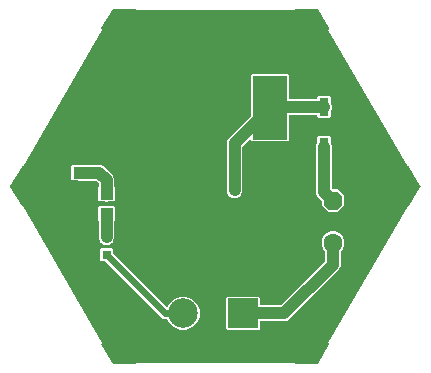
<source format=gbr>
G04 EAGLE Gerber RS-274X export*
G75*
%MOMM*%
%FSLAX34Y34*%
%LPD*%
%INTop Copper*%
%IPPOS*%
%AMOC8*
5,1,8,0,0,1.08239X$1,22.5*%
G01*
%ADD10C,1.000000*%
%ADD11R,2.500000X2.500000*%
%ADD12C,2.500000*%
%ADD13P,1.732040X8X112.500000*%
%ADD14C,1.600200*%
%ADD15R,0.800000X1.600000*%
%ADD16R,2.900000X5.400000*%
%ADD17R,0.800000X0.800000*%
%ADD18R,1.100000X1.000000*%
%ADD19C,1.016000*%
%ADD20C,0.304800*%
%ADD21C,0.756400*%
%ADD22C,0.609600*%

G36*
X278630Y195708D02*
X278630Y195708D01*
X278658Y195706D01*
X278726Y195728D01*
X278797Y195742D01*
X278820Y195758D01*
X278847Y195767D01*
X278902Y195814D01*
X278961Y195855D01*
X278976Y195879D01*
X278998Y195897D01*
X279029Y195962D01*
X279068Y196022D01*
X279073Y196050D01*
X279085Y196076D01*
X279094Y196177D01*
X279101Y196219D01*
X279099Y196229D01*
X279100Y196242D01*
X279043Y196957D01*
X413361Y196957D01*
X413304Y196242D01*
X413308Y196213D01*
X413303Y196185D01*
X413320Y196116D01*
X413328Y196044D01*
X413343Y196020D01*
X413349Y195992D01*
X413392Y195934D01*
X413428Y195872D01*
X413450Y195855D01*
X413467Y195832D01*
X413529Y195795D01*
X413586Y195752D01*
X413614Y195745D01*
X413638Y195730D01*
X413738Y195714D01*
X413779Y195703D01*
X413789Y195705D01*
X413802Y195703D01*
X432802Y195703D01*
X432878Y195718D01*
X432956Y195727D01*
X432975Y195738D01*
X432997Y195742D01*
X433061Y195786D01*
X433129Y195825D01*
X433145Y195844D01*
X433161Y195855D01*
X433185Y195893D01*
X433235Y195953D01*
X442735Y212453D01*
X442744Y212480D01*
X442760Y212504D01*
X442775Y212574D01*
X442798Y212642D01*
X442795Y212670D01*
X442801Y212698D01*
X442788Y212769D01*
X442782Y212840D01*
X442769Y212865D01*
X442763Y212893D01*
X442723Y212953D01*
X442690Y213016D01*
X442668Y213034D01*
X442652Y213058D01*
X442569Y213116D01*
X442537Y213143D01*
X442526Y213146D01*
X442516Y213153D01*
X441888Y213450D01*
X509010Y329711D01*
X509618Y329291D01*
X509645Y329280D01*
X509667Y329261D01*
X509736Y329241D01*
X509801Y329213D01*
X509830Y329213D01*
X509858Y329205D01*
X509929Y329213D01*
X510000Y329213D01*
X510027Y329224D01*
X510056Y329227D01*
X510118Y329262D01*
X510183Y329290D01*
X510204Y329310D01*
X510229Y329325D01*
X510292Y329402D01*
X510322Y329432D01*
X510326Y329442D01*
X510335Y329453D01*
X519835Y345953D01*
X519845Y345985D01*
X519854Y345998D01*
X519858Y346022D01*
X519859Y346026D01*
X519890Y346096D01*
X519890Y346120D01*
X519898Y346142D01*
X519892Y346218D01*
X519893Y346295D01*
X519883Y346319D01*
X519882Y346340D01*
X519861Y346379D01*
X519835Y346451D01*
X510335Y362951D01*
X510316Y362973D01*
X510303Y362999D01*
X510250Y363047D01*
X510203Y363100D01*
X510177Y363113D01*
X510156Y363132D01*
X510088Y363155D01*
X510024Y363186D01*
X509995Y363188D01*
X509968Y363197D01*
X509896Y363192D01*
X509825Y363195D01*
X509798Y363185D01*
X509769Y363183D01*
X509679Y363141D01*
X509639Y363126D01*
X509631Y363119D01*
X509618Y363113D01*
X509010Y362693D01*
X441888Y478954D01*
X442516Y479251D01*
X442538Y479268D01*
X442565Y479278D01*
X442617Y479327D01*
X442675Y479370D01*
X442689Y479395D01*
X442710Y479414D01*
X442739Y479480D01*
X442775Y479542D01*
X442778Y479570D01*
X442790Y479596D01*
X442791Y479668D01*
X442800Y479739D01*
X442792Y479766D01*
X442793Y479795D01*
X442757Y479890D01*
X442746Y479930D01*
X442739Y479939D01*
X442735Y479951D01*
X433235Y496451D01*
X433183Y496510D01*
X433137Y496572D01*
X433118Y496583D01*
X433103Y496600D01*
X433033Y496634D01*
X432966Y496674D01*
X432942Y496678D01*
X432924Y496686D01*
X432879Y496688D01*
X432802Y496701D01*
X413802Y496701D01*
X413774Y496696D01*
X413746Y496698D01*
X413678Y496676D01*
X413607Y496662D01*
X413584Y496646D01*
X413557Y496637D01*
X413502Y496590D01*
X413443Y496549D01*
X413428Y496525D01*
X413407Y496507D01*
X413375Y496442D01*
X413336Y496382D01*
X413331Y496354D01*
X413319Y496328D01*
X413310Y496227D01*
X413303Y496185D01*
X413305Y496175D01*
X413304Y496162D01*
X413361Y495447D01*
X279043Y495447D01*
X279100Y496162D01*
X279096Y496191D01*
X279101Y496219D01*
X279084Y496288D01*
X279076Y496360D01*
X279062Y496384D01*
X279055Y496412D01*
X279012Y496470D01*
X278977Y496532D01*
X278954Y496549D01*
X278937Y496572D01*
X278875Y496609D01*
X278818Y496652D01*
X278790Y496659D01*
X278766Y496674D01*
X278666Y496690D01*
X278625Y496701D01*
X278615Y496699D01*
X278602Y496701D01*
X259602Y496701D01*
X259526Y496686D01*
X259448Y496677D01*
X259429Y496666D01*
X259407Y496662D01*
X259343Y496618D01*
X259275Y496579D01*
X259259Y496560D01*
X259243Y496549D01*
X259219Y496511D01*
X259169Y496451D01*
X249669Y479951D01*
X249660Y479924D01*
X249644Y479900D01*
X249629Y479830D01*
X249606Y479762D01*
X249609Y479734D01*
X249603Y479706D01*
X249617Y479636D01*
X249622Y479564D01*
X249635Y479539D01*
X249641Y479511D01*
X249681Y479451D01*
X249714Y479388D01*
X249736Y479370D01*
X249752Y479346D01*
X249835Y479288D01*
X249867Y479261D01*
X249878Y479258D01*
X249889Y479251D01*
X250516Y478954D01*
X183394Y362693D01*
X182786Y363113D01*
X182759Y363124D01*
X182737Y363143D01*
X182668Y363163D01*
X182603Y363191D01*
X182574Y363191D01*
X182546Y363199D01*
X182475Y363191D01*
X182404Y363192D01*
X182377Y363180D01*
X182348Y363177D01*
X182286Y363142D01*
X182221Y363114D01*
X182200Y363094D01*
X182175Y363079D01*
X182112Y363002D01*
X182082Y362972D01*
X182078Y362962D01*
X182069Y362951D01*
X172569Y346451D01*
X172545Y346378D01*
X172514Y346308D01*
X172514Y346284D01*
X172506Y346262D01*
X172513Y346186D01*
X172512Y346109D01*
X172521Y346085D01*
X172522Y346064D01*
X172543Y346025D01*
X172562Y345973D01*
X172563Y345967D01*
X172565Y345965D01*
X172569Y345953D01*
X182069Y329453D01*
X182088Y329431D01*
X182101Y329405D01*
X182154Y329357D01*
X182201Y329304D01*
X182227Y329291D01*
X182249Y329272D01*
X182316Y329249D01*
X182380Y329218D01*
X182409Y329217D01*
X182436Y329207D01*
X182508Y329212D01*
X182579Y329209D01*
X182606Y329219D01*
X182635Y329221D01*
X182725Y329263D01*
X182765Y329278D01*
X182773Y329285D01*
X182786Y329291D01*
X183394Y329711D01*
X250516Y213450D01*
X249889Y213153D01*
X249866Y213136D01*
X249839Y213126D01*
X249787Y213077D01*
X249729Y213034D01*
X249715Y213009D01*
X249694Y212990D01*
X249665Y212924D01*
X249629Y212862D01*
X249626Y212834D01*
X249614Y212808D01*
X249613Y212736D01*
X249604Y212665D01*
X249612Y212638D01*
X249612Y212609D01*
X249647Y212514D01*
X249658Y212474D01*
X249665Y212465D01*
X249669Y212453D01*
X259169Y195953D01*
X259221Y195895D01*
X259267Y195832D01*
X259286Y195821D01*
X259301Y195804D01*
X259371Y195770D01*
X259438Y195730D01*
X259463Y195726D01*
X259480Y195718D01*
X259525Y195716D01*
X259602Y195703D01*
X278602Y195703D01*
X278630Y195708D01*
G37*
%LPC*%
G36*
X361170Y336232D02*
X361170Y336232D01*
X358742Y337237D01*
X356884Y339095D01*
X355879Y341523D01*
X355879Y383877D01*
X356884Y386305D01*
X376642Y406062D01*
X376642Y406068D01*
X376645Y406071D01*
X376645Y440382D01*
X377538Y441275D01*
X407802Y441275D01*
X408695Y440382D01*
X408695Y419857D01*
X408705Y419845D01*
X408706Y419846D01*
X408707Y419845D01*
X432613Y419845D01*
X432625Y419855D01*
X432624Y419856D01*
X432625Y419857D01*
X432625Y421872D01*
X433518Y422765D01*
X442782Y422765D01*
X443675Y421872D01*
X443675Y417061D01*
X443678Y417056D01*
X443678Y417052D01*
X443749Y416981D01*
X444755Y414554D01*
X444755Y411926D01*
X443749Y409499D01*
X443678Y409428D01*
X443678Y409424D01*
X443676Y409422D01*
X443677Y409421D01*
X443675Y409419D01*
X443675Y404608D01*
X442782Y403715D01*
X433518Y403715D01*
X432625Y404608D01*
X432625Y406623D01*
X432615Y406635D01*
X432614Y406634D01*
X432613Y406635D01*
X408707Y406635D01*
X408695Y406625D01*
X408696Y406624D01*
X408695Y406623D01*
X408695Y385118D01*
X407802Y384225D01*
X377538Y384225D01*
X376645Y385118D01*
X376645Y387356D01*
X376643Y387359D01*
X376643Y387363D01*
X376639Y387364D01*
X376635Y387368D01*
X376631Y387364D01*
X376625Y387364D01*
X369092Y379831D01*
X369091Y379825D01*
X369088Y379823D01*
X369088Y341523D01*
X368083Y339095D01*
X366225Y337237D01*
X363797Y336232D01*
X361170Y336232D01*
G37*
%LPD*%
%LPC*%
G36*
X356438Y224735D02*
X356438Y224735D01*
X355545Y225628D01*
X355545Y251892D01*
X356438Y252785D01*
X382702Y252785D01*
X383595Y251892D01*
X383595Y245377D01*
X383605Y245365D01*
X383606Y245366D01*
X383607Y245365D01*
X401843Y245365D01*
X401847Y245368D01*
X401852Y245368D01*
X439022Y282539D01*
X439022Y282544D01*
X439026Y282547D01*
X439026Y291718D01*
X439022Y291722D01*
X439022Y291727D01*
X437694Y293054D01*
X436244Y296555D01*
X436244Y300345D01*
X437694Y303846D01*
X440374Y306526D01*
X443875Y307976D01*
X447665Y307976D01*
X451166Y306526D01*
X453846Y303846D01*
X455296Y300345D01*
X455296Y296555D01*
X453846Y293054D01*
X452239Y291447D01*
X452238Y291441D01*
X452235Y291439D01*
X452235Y278493D01*
X451230Y276065D01*
X408325Y233161D01*
X405898Y232155D01*
X383607Y232155D01*
X383595Y232145D01*
X383596Y232144D01*
X383595Y232143D01*
X383595Y225628D01*
X382702Y224735D01*
X356438Y224735D01*
G37*
%LPD*%
%LPC*%
G36*
X315980Y224735D02*
X315980Y224735D01*
X310826Y226870D01*
X306880Y230816D01*
X305487Y234180D01*
X305479Y234184D01*
X305476Y234187D01*
X301756Y234187D01*
X253061Y282882D01*
X253056Y282882D01*
X253055Y282883D01*
X253053Y282885D01*
X249368Y282885D01*
X248475Y283778D01*
X248475Y293042D01*
X249368Y293935D01*
X258632Y293935D01*
X259525Y293042D01*
X259525Y289357D01*
X259528Y289353D01*
X259528Y289349D01*
X305489Y243388D01*
X305491Y243388D01*
X305491Y243386D01*
X305496Y243388D01*
X305505Y243387D01*
X305505Y243391D01*
X305508Y243392D01*
X306880Y246704D01*
X310826Y250650D01*
X315980Y252785D01*
X321560Y252785D01*
X326714Y250650D01*
X330660Y246704D01*
X332795Y241550D01*
X332795Y235970D01*
X330660Y230816D01*
X326714Y226870D01*
X321560Y224735D01*
X315980Y224735D01*
G37*
%LPD*%
%LPC*%
G36*
X441824Y324484D02*
X441824Y324484D01*
X436244Y330064D01*
X436244Y334190D01*
X436241Y334195D01*
X436241Y334199D01*
X432551Y337889D01*
X431545Y340316D01*
X431545Y380554D01*
X432551Y382981D01*
X432622Y383052D01*
X432622Y383058D01*
X432625Y383061D01*
X432625Y387872D01*
X433518Y388765D01*
X442782Y388765D01*
X443675Y387872D01*
X443675Y383061D01*
X443678Y383056D01*
X443678Y383052D01*
X443749Y382981D01*
X444755Y380554D01*
X444755Y344371D01*
X444758Y344366D01*
X444758Y344362D01*
X445581Y343539D01*
X445587Y343539D01*
X445588Y343537D01*
X445590Y343536D01*
X449716Y343536D01*
X455296Y337956D01*
X455296Y330064D01*
X449716Y324484D01*
X441824Y324484D01*
G37*
%LPD*%
%LPC*%
G36*
X252686Y333365D02*
X252686Y333365D01*
X252495Y333444D01*
X252492Y333443D01*
X252491Y333445D01*
X247868Y333445D01*
X246975Y334338D01*
X246975Y345602D01*
X247392Y346018D01*
X247392Y346024D01*
X247395Y346026D01*
X247395Y348783D01*
X247392Y348787D01*
X247392Y348791D01*
X245041Y351142D01*
X245035Y351142D01*
X245033Y351145D01*
X229826Y351145D01*
X229635Y351224D01*
X229633Y351223D01*
X229631Y351225D01*
X225008Y351225D01*
X224115Y352118D01*
X224115Y363382D01*
X225008Y364275D01*
X229631Y364275D01*
X229633Y364277D01*
X229635Y364276D01*
X229826Y364355D01*
X246296Y364355D01*
X246298Y364356D01*
X246300Y364356D01*
X246301Y364356D01*
X246412Y364402D01*
X249040Y364402D01*
X251467Y363396D01*
X259599Y355265D01*
X260605Y352837D01*
X260605Y346026D01*
X260608Y346022D01*
X260608Y346018D01*
X261025Y345602D01*
X261025Y334338D01*
X260132Y333445D01*
X255509Y333445D01*
X255507Y333443D01*
X255505Y333444D01*
X255314Y333365D01*
X252686Y333365D01*
G37*
%LPD*%
%LPC*%
G36*
X252686Y296805D02*
X252686Y296805D01*
X250259Y297811D01*
X250188Y297882D01*
X250182Y297882D01*
X250179Y297885D01*
X249368Y297885D01*
X248475Y298778D01*
X248475Y299589D01*
X248472Y299594D01*
X248472Y299598D01*
X248401Y299669D01*
X247395Y302096D01*
X247395Y316914D01*
X247392Y316918D01*
X247392Y316922D01*
X246975Y317338D01*
X246975Y328602D01*
X247868Y329495D01*
X252491Y329495D01*
X252493Y329497D01*
X252495Y329496D01*
X252686Y329575D01*
X255314Y329575D01*
X255505Y329496D01*
X255508Y329497D01*
X255509Y329495D01*
X260132Y329495D01*
X261025Y328602D01*
X261025Y317338D01*
X260608Y316922D01*
X260608Y316918D01*
X260608Y316916D01*
X260605Y316914D01*
X260605Y302096D01*
X259599Y299669D01*
X259528Y299598D01*
X259528Y299592D01*
X259525Y299589D01*
X259525Y298778D01*
X258632Y297885D01*
X257821Y297885D01*
X257816Y297882D01*
X257812Y297882D01*
X257741Y297811D01*
X255314Y296805D01*
X252686Y296805D01*
G37*
%LPD*%
D10*
X428802Y489302D03*
X511402Y346202D03*
X428802Y203102D03*
X263602Y203102D03*
X181002Y346202D03*
X263602Y489302D03*
D11*
X369570Y238760D03*
D12*
X318770Y238760D03*
D13*
X445770Y334010D03*
D14*
X445770Y298450D03*
D15*
X438150Y379240D03*
X438150Y413240D03*
D16*
X392670Y412750D03*
X295670Y412750D03*
D17*
X254000Y303410D03*
X254000Y288410D03*
D18*
X254000Y322970D03*
X254000Y339970D03*
X231140Y357750D03*
X231140Y340750D03*
D19*
X438150Y341630D02*
X445770Y334010D01*
X438150Y341630D02*
X438150Y379240D01*
D20*
X438150Y364439D01*
X437985Y364274D01*
D21*
X437985Y364274D03*
D22*
X303650Y238760D02*
X254000Y288410D01*
X303650Y238760D02*
X318770Y238760D01*
D20*
X263602Y203102D02*
X231140Y259329D01*
X231140Y340750D01*
X225688Y346202D01*
X181002Y346202D01*
X263602Y428802D01*
X263602Y489302D01*
X428802Y489302D01*
X428802Y203102D02*
X263602Y203102D01*
X428802Y203102D02*
X511402Y346202D01*
D21*
X263309Y412928D03*
D20*
X263487Y412750D01*
D19*
X295670Y412750D01*
X369570Y238760D02*
X404584Y238760D01*
X445630Y279806D01*
X445630Y298310D01*
D20*
X445770Y298450D01*
D19*
X438150Y413240D02*
X393160Y413240D01*
D20*
X392670Y412750D01*
D19*
X362483Y382563D01*
X362483Y342837D01*
D21*
X362483Y342837D03*
D19*
X254000Y322970D02*
X254000Y303410D01*
X254000Y339970D02*
X254000Y351523D01*
X247726Y357797D01*
D20*
X247679Y357750D01*
D19*
X231140Y357750D01*
M02*

</source>
